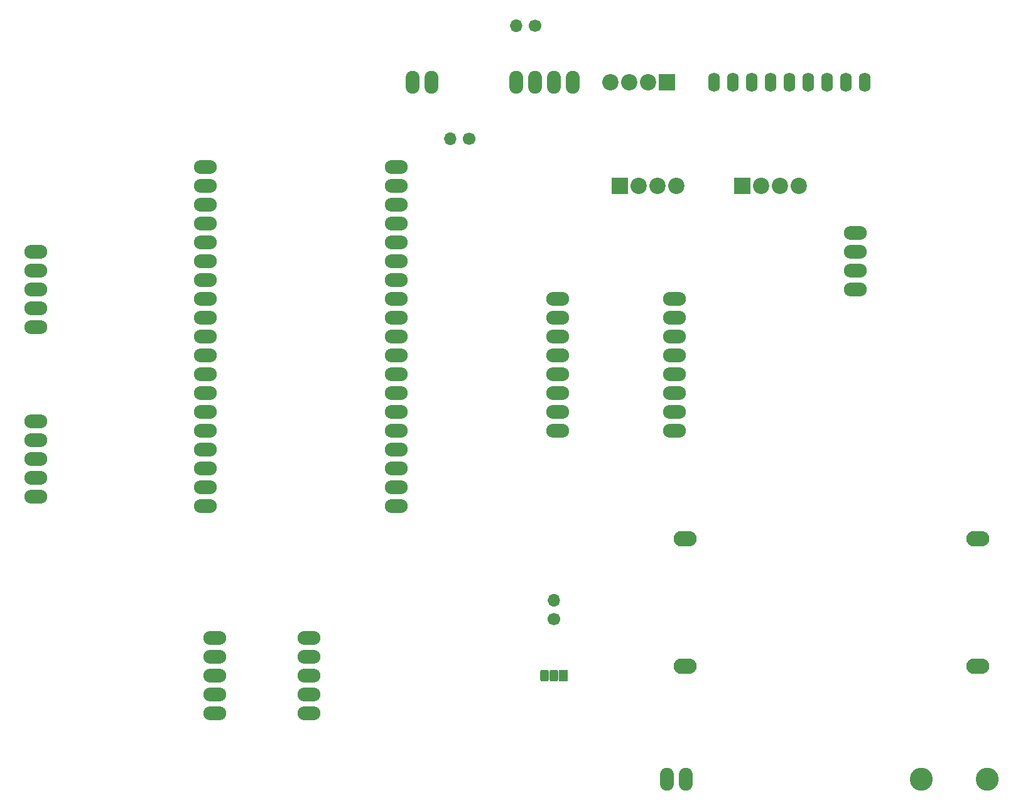
<source format=gbr>
%TF.GenerationSoftware,KiCad,Pcbnew,(5.1.6)-1*%
%TF.CreationDate,2020-07-17T12:23:20-05:00*%
%TF.ProjectId,Covid,436f7669-642e-46b6-9963-61645f706362,rev?*%
%TF.SameCoordinates,Original*%
%TF.FileFunction,Soldermask,Bot*%
%TF.FilePolarity,Negative*%
%FSLAX46Y46*%
G04 Gerber Fmt 4.6, Leading zero omitted, Abs format (unit mm)*
G04 Created by KiCad (PCBNEW (5.1.6)-1) date 2020-07-17 12:23:20*
%MOMM*%
%LPD*%
G01*
G04 APERTURE LIST*
%ADD10O,3.100000X1.850000*%
%ADD11O,1.850000X3.100000*%
%ADD12O,1.600000X2.600000*%
%ADD13C,3.100000*%
%ADD14R,1.150000X1.600000*%
%ADD15C,1.700000*%
%ADD16O,1.700000X1.700000*%
%ADD17O,3.100000X2.100000*%
%ADD18R,2.200000X2.200000*%
%ADD19C,2.200000*%
G04 APERTURE END LIST*
D10*
%TO.C,U3*%
X151130000Y-66040000D03*
X151130000Y-68580000D03*
X151130000Y-71120000D03*
X151130000Y-73660000D03*
%TD*%
%TO.C,U4*%
X64770000Y-120650000D03*
X64770000Y-123190000D03*
X64770000Y-125730000D03*
X64770000Y-128270000D03*
X64770000Y-130810000D03*
X77470000Y-130810000D03*
X77470000Y-128270000D03*
X77470000Y-125730000D03*
X77470000Y-123190000D03*
X77470000Y-120650000D03*
%TD*%
%TO.C,U1*%
X63500000Y-57150000D03*
X63500000Y-59690000D03*
X63500000Y-62230000D03*
X63500000Y-64770000D03*
X63500000Y-67310000D03*
X63500000Y-69850000D03*
X63500000Y-72390000D03*
X63500000Y-74930000D03*
X63500000Y-77470000D03*
X63500000Y-80010000D03*
X63500000Y-82550000D03*
X63500000Y-85090000D03*
X63500000Y-87630000D03*
X63500000Y-90170000D03*
X63500000Y-92710000D03*
X63500000Y-95250000D03*
X63500000Y-97790000D03*
X63500000Y-100330000D03*
X63500000Y-102870000D03*
X89200000Y-102870000D03*
X89200000Y-100330000D03*
X89200000Y-97790000D03*
X89200000Y-95250000D03*
X89200000Y-92710000D03*
X89200000Y-90170000D03*
X89200000Y-87630000D03*
X89200000Y-85090000D03*
X89200000Y-82550000D03*
X89200000Y-80010000D03*
X89200000Y-77470000D03*
X89200000Y-74930000D03*
X89200000Y-72390000D03*
X89200000Y-69850000D03*
X89200000Y-67310000D03*
X89200000Y-64770000D03*
X89200000Y-62230000D03*
X89200000Y-59690000D03*
X89200000Y-57150000D03*
%TD*%
D11*
%TO.C,U2*%
X91440000Y-45720000D03*
X93980000Y-45720000D03*
%TD*%
D10*
%TO.C,U5*%
X126760001Y-92710000D03*
X126760001Y-90170000D03*
X126760001Y-87630000D03*
X126760001Y-85090000D03*
X126760001Y-82550000D03*
X126760001Y-80010000D03*
X126760001Y-77470000D03*
X126760001Y-74930000D03*
X111010001Y-74930000D03*
X111010001Y-77470000D03*
X111010001Y-80010000D03*
X111010001Y-82550000D03*
X111010001Y-85090000D03*
X111010001Y-87630000D03*
X111010001Y-90170000D03*
X111010001Y-92710000D03*
%TD*%
%TO.C,U7*%
X40640000Y-91440000D03*
X40640000Y-93980000D03*
X40640000Y-96520000D03*
X40640000Y-99060000D03*
X40640000Y-101600000D03*
%TD*%
%TO.C,U8*%
X40640000Y-78740000D03*
X40640000Y-76200000D03*
X40640000Y-73660000D03*
X40640000Y-71120000D03*
X40640000Y-68580000D03*
%TD*%
D11*
%TO.C,U9*%
X105410000Y-45720000D03*
X107950000Y-45720000D03*
X110490000Y-45720000D03*
X113030000Y-45720000D03*
%TD*%
D12*
%TO.C,U11*%
X132080000Y-45720000D03*
X134620000Y-45720000D03*
X137160000Y-45720000D03*
X139700000Y-45720000D03*
X142240000Y-45720000D03*
X144780000Y-45720000D03*
X147320000Y-45720000D03*
X149860000Y-45720000D03*
X152400000Y-45720000D03*
%TD*%
D13*
%TO.C,U10*%
X160020000Y-139700000D03*
X168870000Y-139700000D03*
%TD*%
%TO.C,Q1*%
G36*
G01*
X111065000Y-125217500D02*
X111065000Y-126242500D01*
G75*
G02*
X110777500Y-126530000I-287500J0D01*
G01*
X110202500Y-126530000D01*
G75*
G02*
X109915000Y-126242500I0J287500D01*
G01*
X109915000Y-125217500D01*
G75*
G02*
X110202500Y-124930000I287500J0D01*
G01*
X110777500Y-124930000D01*
G75*
G02*
X111065000Y-125217500I0J-287500D01*
G01*
G37*
G36*
G01*
X109795000Y-125217500D02*
X109795000Y-126242500D01*
G75*
G02*
X109507500Y-126530000I-287500J0D01*
G01*
X108932500Y-126530000D01*
G75*
G02*
X108645000Y-126242500I0J287500D01*
G01*
X108645000Y-125217500D01*
G75*
G02*
X108932500Y-124930000I287500J0D01*
G01*
X109507500Y-124930000D01*
G75*
G02*
X109795000Y-125217500I0J-287500D01*
G01*
G37*
D14*
X111760000Y-125730000D03*
%TD*%
D15*
%TO.C,R1*%
X110490000Y-118110000D03*
D16*
X110490000Y-115570000D03*
%TD*%
D17*
%TO.C,U6*%
X167640000Y-124460000D03*
X167640000Y-107315000D03*
X128143000Y-124460000D03*
X128143000Y-107315000D03*
%TD*%
D11*
%TO.C,U12*%
X128270000Y-139700000D03*
X125730000Y-139700000D03*
%TD*%
D18*
%TO.C,J1*%
X119380000Y-59690000D03*
D19*
X121920000Y-59690000D03*
X124460000Y-59690000D03*
X127000000Y-59690000D03*
%TD*%
%TO.C,J2*%
X143510000Y-59690000D03*
X140970000Y-59690000D03*
X138430000Y-59690000D03*
D18*
X135890000Y-59690000D03*
%TD*%
D16*
%TO.C,R2*%
X96520000Y-53340000D03*
D15*
X99060000Y-53340000D03*
%TD*%
%TO.C,R3*%
X107950000Y-38100000D03*
D16*
X105410000Y-38100000D03*
%TD*%
D18*
%TO.C,U13*%
X125730000Y-45720000D03*
D19*
X123190000Y-45720000D03*
X120650000Y-45720000D03*
X118110000Y-45720000D03*
%TD*%
M02*

</source>
